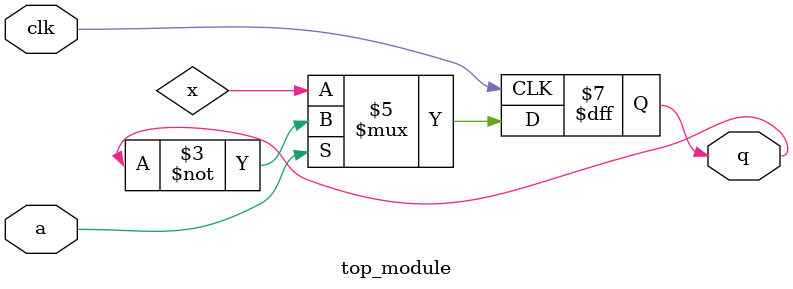
<source format=sv>
module top_module (
    input clk,
    input a,
    output reg q
);

always @(posedge clk) begin
    if (a == 0) begin
        q <= x;
    end else begin
        q <= ~q;
    end
end

endmodule

</source>
